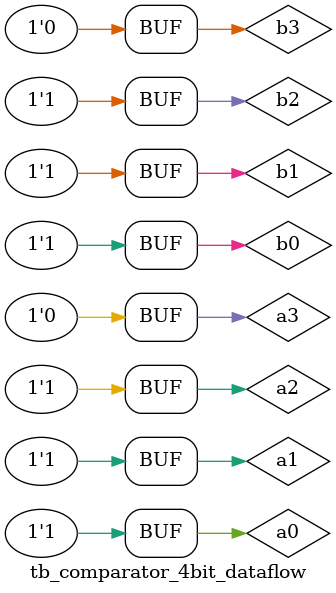
<source format=v>
module tb_comparator_4bit_dataflow;
    reg a3, a2, a1, a0, b3, b2, b1, b0;
    wire x, y, z;
    
    // Instantiate the 4-bit comparator module
    comparator_4bit_dataflow comp(a3, a2, a1, a0, b3, b2, b1, b0, x, y, z);
    
    initial begin
        // Test Case 1: A = 0000, B = 0000 (A == B)
        a3 = 1'b0; a2 = 1'b0; a1 = 1'b0; a0 = 1'b0;
        b3 = 1'b0; b2 = 1'b0; b1 = 1'b0; b0 = 1'b0;
        #5;
        
        // Test Case 2: A = 0101, B = 0011 (A > B)
        a3 = 1'b0; a2 = 1'b1; a1 = 1'b0; a0 = 1'b1;
        b3 = 1'b0; b2 = 1'b0; b1 = 1'b1; b0 = 1'b1;
        #5;
        
        // Test Case 3: A = 0010, B = 1010 (A < B)
        a3 = 1'b0; a2 = 1'b0; a1 = 1'b1; a0 = 1'b0;
        b3 = 1'b1; b2 = 1'b0; b1 = 1'b1; b0 = 1'b0;
        #5;
        
        // Test Case 4: A = 1100, B = 1010 (A > B)
        a3 = 1'b1; a2 = 1'b1; a1 = 1'b0; a0 = 1'b0;
        b3 = 1'b1; b2 = 1'b0; b1 = 1'b1; b0 = 1'b0;
        #5;
        
        // Test Case 5: A = 0111, B = 0111 (A == B)
        a3 = 1'b0; a2 = 1'b1; a1 = 1'b1; a0 = 1'b1;
        b3 = 1'b0; b2 = 1'b1; b1 = 1'b1; b0 = 1'b1;
        #5;
        
    end
endmodule

</source>
